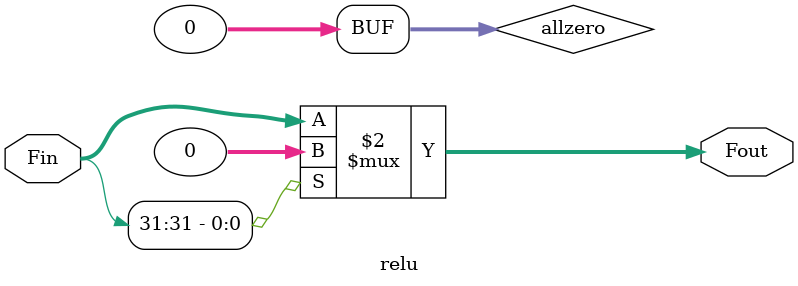
<source format=v>
module relu(Fin,Fout);

parameter data_width =32;

input [data_width-1:0] Fin;
output [data_width-1:0] Fout;

wire [data_width-1:0] allzero = {data_width{1'b0}};
assign Fout = (Fin[data_width-1] ==0 )? Fin:allzero;

endmodule 
</source>
